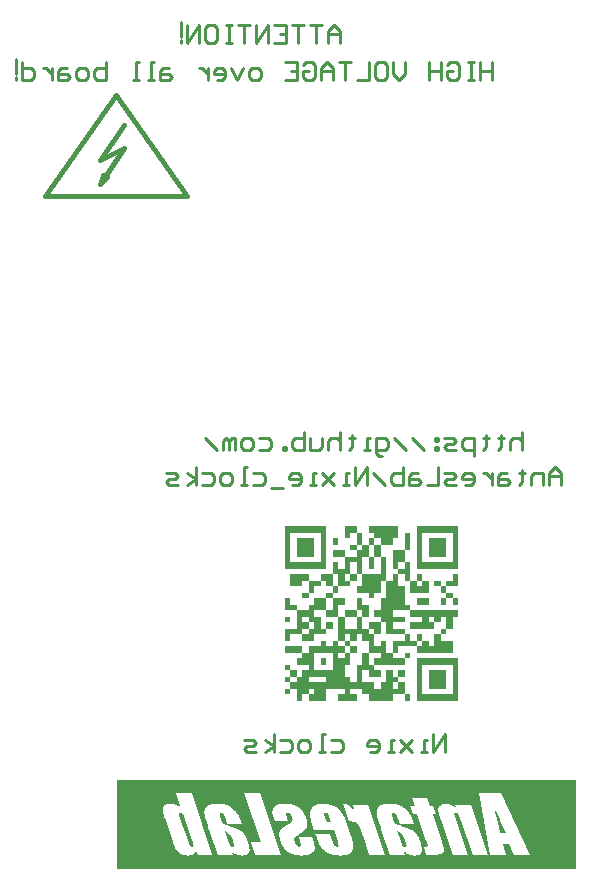
<source format=gbo>
G04 Layer_Color=32896*
%FSAX43Y43*%
%MOMM*%
G71*
G01*
G75*
%ADD50C,0.254*%
%ADD89C,0.400*%
G36*
X0030342Y0034698D02*
Y0034495D01*
Y0034292D01*
X0030952D01*
Y0034089D01*
Y0033886D01*
Y0033682D01*
Y0033479D01*
Y0033276D01*
X0030342D01*
Y0033479D01*
Y0033682D01*
Y0033886D01*
X0029936D01*
Y0034089D01*
Y0034292D01*
Y0034495D01*
Y0034698D01*
Y0034902D01*
X0030342D01*
Y0034698D01*
D02*
G37*
G36*
X0024246Y0033073D02*
Y0032870D01*
X0023840D01*
Y0033073D01*
Y0033276D01*
X0024246D01*
Y0033073D01*
D02*
G37*
G36*
X0027904Y0032666D02*
Y0032463D01*
Y0032260D01*
X0027294D01*
Y0032463D01*
Y0032666D01*
Y0032870D01*
X0027904D01*
Y0032666D01*
D02*
G37*
G36*
Y0035105D02*
Y0034902D01*
X0028920D01*
Y0034698D01*
Y0034495D01*
Y0034292D01*
X0028310D01*
Y0034089D01*
Y0033886D01*
Y0033682D01*
Y0033479D01*
Y0033276D01*
X0028920D01*
Y0033073D01*
Y0032870D01*
Y0032666D01*
Y0032463D01*
Y0032260D01*
X0029936D01*
Y0032463D01*
Y0032666D01*
Y0032870D01*
Y0033073D01*
Y0033276D01*
X0028920D01*
Y0033479D01*
Y0033682D01*
Y0033886D01*
X0029936D01*
Y0033682D01*
Y0033479D01*
Y0033276D01*
X0030342D01*
Y0033073D01*
Y0032870D01*
Y0032666D01*
Y0032463D01*
Y0032260D01*
X0030952D01*
Y0032057D01*
Y0031854D01*
X0031358D01*
Y0031650D01*
Y0031447D01*
Y0031244D01*
Y0031041D01*
Y0030838D01*
X0031968D01*
Y0031041D01*
Y0031244D01*
X0032374D01*
Y0031041D01*
Y0030838D01*
Y0030634D01*
Y0030431D01*
Y0030228D01*
X0032984D01*
Y0030025D01*
Y0029822D01*
X0034000D01*
Y0029618D01*
Y0029415D01*
Y0029212D01*
X0031358D01*
Y0029415D01*
Y0029618D01*
Y0029822D01*
X0031968D01*
Y0030025D01*
Y0030228D01*
X0030952D01*
Y0030431D01*
Y0030634D01*
Y0030838D01*
Y0031041D01*
Y0031244D01*
X0030342D01*
Y0031447D01*
Y0031650D01*
Y0031854D01*
X0029936D01*
Y0031650D01*
Y0031447D01*
Y0031244D01*
X0029326D01*
Y0031447D01*
Y0031650D01*
Y0031854D01*
X0028920D01*
Y0031650D01*
Y0031447D01*
Y0031244D01*
X0029326D01*
Y0031041D01*
Y0030838D01*
X0029936D01*
Y0030634D01*
Y0030431D01*
Y0030228D01*
X0029326D01*
Y0030431D01*
Y0030634D01*
Y0030838D01*
X0028920D01*
Y0031041D01*
Y0031244D01*
X0028310D01*
Y0031447D01*
Y0031650D01*
Y0031854D01*
Y0032057D01*
Y0032260D01*
Y0032463D01*
Y0032666D01*
Y0032870D01*
Y0033073D01*
Y0033276D01*
X0027294D01*
Y0033479D01*
Y0033682D01*
Y0033886D01*
X0026278D01*
Y0033682D01*
Y0033479D01*
Y0033276D01*
X0026888D01*
Y0033073D01*
Y0032870D01*
Y0032666D01*
Y0032463D01*
Y0032260D01*
X0027294D01*
Y0032057D01*
Y0031854D01*
X0026278D01*
Y0031650D01*
Y0031447D01*
Y0031244D01*
X0025262D01*
Y0031447D01*
Y0031650D01*
Y0031854D01*
X0024246D01*
Y0031650D01*
Y0031447D01*
Y0031244D01*
X0023840D01*
Y0031447D01*
Y0031650D01*
Y0031854D01*
Y0032057D01*
Y0032260D01*
X0024856D01*
Y0032463D01*
Y0032666D01*
Y0032870D01*
Y0033073D01*
Y0033276D01*
Y0033479D01*
Y0033682D01*
Y0033886D01*
X0023840D01*
Y0034089D01*
Y0034292D01*
Y0034495D01*
Y0034698D01*
Y0034902D01*
X0024246D01*
Y0034698D01*
Y0034495D01*
Y0034292D01*
X0024856D01*
Y0034089D01*
Y0033886D01*
X0025872D01*
Y0034089D01*
Y0034292D01*
X0026278D01*
Y0034495D01*
Y0034698D01*
Y0034902D01*
X0027294D01*
Y0034698D01*
Y0034495D01*
Y0034292D01*
Y0034089D01*
Y0033886D01*
X0027904D01*
Y0034089D01*
Y0034292D01*
Y0034495D01*
Y0034698D01*
Y0034902D01*
X0027294D01*
Y0035105D01*
Y0035308D01*
X0027904D01*
Y0035105D01*
D02*
G37*
G36*
X0037048Y0036121D02*
Y0035918D01*
X0037454D01*
Y0035714D01*
Y0035511D01*
Y0035308D01*
X0038064D01*
Y0035105D01*
Y0034902D01*
X0038470D01*
Y0034698D01*
Y0034495D01*
Y0034292D01*
X0038064D01*
Y0034495D01*
Y0034698D01*
Y0034902D01*
X0037454D01*
Y0035105D01*
Y0035308D01*
X0037048D01*
Y0035511D01*
Y0035714D01*
Y0035918D01*
X0036438D01*
Y0036121D01*
Y0036324D01*
X0037048D01*
Y0036121D01*
D02*
G37*
G36*
X0037454Y0034698D02*
Y0034495D01*
Y0034292D01*
X0037048D01*
Y0034495D01*
Y0034698D01*
Y0034902D01*
X0037454D01*
Y0034698D01*
D02*
G37*
G36*
X0036032D02*
Y0034495D01*
Y0034292D01*
X0035016D01*
Y0034495D01*
Y0034698D01*
Y0034902D01*
X0036032D01*
Y0034698D01*
D02*
G37*
G36*
X0037454Y0032057D02*
Y0031854D01*
X0037048D01*
Y0032057D01*
Y0032260D01*
X0037454D01*
Y0032057D01*
D02*
G37*
G36*
X0024246Y0026977D02*
Y0026774D01*
X0023840D01*
Y0026977D01*
Y0027180D01*
X0024246D01*
Y0026977D01*
D02*
G37*
G36*
X0038470Y0029618D02*
Y0029415D01*
Y0029212D01*
Y0029009D01*
Y0028806D01*
Y0028602D01*
Y0028399D01*
Y0028196D01*
Y0027993D01*
Y0027790D01*
Y0027586D01*
Y0027383D01*
Y0027180D01*
Y0026977D01*
Y0026774D01*
Y0026570D01*
Y0026367D01*
Y0026164D01*
X0035016D01*
Y0026367D01*
Y0026570D01*
Y0026774D01*
Y0026977D01*
Y0027180D01*
Y0027383D01*
Y0027586D01*
Y0027790D01*
Y0027993D01*
Y0028196D01*
Y0028399D01*
Y0028602D01*
Y0028806D01*
Y0029009D01*
Y0029212D01*
Y0029415D01*
Y0029618D01*
Y0029822D01*
X0038470D01*
Y0029618D01*
D02*
G37*
G36*
X0048500Y0012000D02*
X0009578D01*
Y0019500D01*
X0048500D01*
Y0012000D01*
D02*
G37*
G36*
X0034000Y0028602D02*
Y0028399D01*
Y0028196D01*
X0033390D01*
Y0028399D01*
Y0028602D01*
Y0028806D01*
X0034000D01*
Y0028602D01*
D02*
G37*
G36*
X0031968Y0032666D02*
Y0032463D01*
Y0032260D01*
Y0032057D01*
Y0031854D01*
X0031358D01*
Y0032057D01*
Y0032260D01*
X0030952D01*
Y0032463D01*
Y0032666D01*
Y0032870D01*
X0031968D01*
Y0032666D01*
D02*
G37*
G36*
X0028310Y0031041D02*
Y0030838D01*
X0028920D01*
Y0030634D01*
Y0030431D01*
Y0030228D01*
X0029326D01*
Y0030025D01*
Y0029822D01*
Y0029618D01*
Y0029415D01*
Y0029212D01*
X0028920D01*
Y0029009D01*
Y0028806D01*
Y0028602D01*
Y0028399D01*
Y0028196D01*
X0029326D01*
Y0027993D01*
Y0027790D01*
X0029936D01*
Y0027993D01*
Y0028196D01*
Y0028399D01*
Y0028602D01*
Y0028806D01*
Y0029009D01*
Y0029212D01*
X0030342D01*
Y0029415D01*
Y0029618D01*
Y0029822D01*
Y0030025D01*
Y0030228D01*
X0030952D01*
Y0030025D01*
Y0029822D01*
Y0029618D01*
Y0029415D01*
Y0029212D01*
X0031358D01*
Y0029009D01*
Y0028806D01*
X0031968D01*
Y0028602D01*
Y0028399D01*
Y0028196D01*
X0030952D01*
Y0028399D01*
Y0028602D01*
Y0028806D01*
X0030342D01*
Y0028602D01*
Y0028399D01*
Y0028196D01*
Y0027993D01*
Y0027790D01*
X0031358D01*
Y0027586D01*
Y0027383D01*
Y0027180D01*
X0031968D01*
Y0027383D01*
Y0027586D01*
Y0027790D01*
X0032374D01*
Y0027993D01*
Y0028196D01*
Y0028399D01*
Y0028602D01*
Y0028806D01*
X0032984D01*
Y0028602D01*
Y0028399D01*
Y0028196D01*
X0033390D01*
Y0027993D01*
Y0027790D01*
X0034000D01*
Y0027586D01*
Y0027383D01*
Y0027180D01*
Y0026977D01*
Y0026774D01*
X0034406D01*
Y0026570D01*
Y0026367D01*
Y0026164D01*
X0034000D01*
Y0026367D01*
Y0026570D01*
Y0026774D01*
X0032984D01*
Y0026570D01*
Y0026367D01*
Y0026164D01*
X0030952D01*
Y0026367D01*
Y0026570D01*
Y0026774D01*
X0030342D01*
Y0026977D01*
Y0027180D01*
X0029326D01*
Y0026977D01*
Y0026774D01*
X0029936D01*
Y0026570D01*
Y0026367D01*
Y0026164D01*
X0028310D01*
Y0026367D01*
Y0026570D01*
Y0026774D01*
X0028920D01*
Y0026977D01*
Y0027180D01*
X0027294D01*
Y0026977D01*
Y0026774D01*
Y0026570D01*
Y0026367D01*
Y0026164D01*
X0025872D01*
Y0026367D01*
Y0026570D01*
Y0026774D01*
X0025262D01*
Y0026570D01*
Y0026367D01*
Y0026164D01*
X0024856D01*
Y0026367D01*
Y0026570D01*
Y0026774D01*
Y0026977D01*
Y0027180D01*
X0024246D01*
Y0027383D01*
Y0027586D01*
Y0027790D01*
X0023840D01*
Y0027993D01*
Y0028196D01*
X0024246D01*
Y0027993D01*
Y0027790D01*
X0024856D01*
Y0027993D01*
Y0028196D01*
X0024246D01*
Y0028399D01*
Y0028602D01*
Y0028806D01*
X0023840D01*
Y0029009D01*
Y0029212D01*
X0024246D01*
Y0029009D01*
Y0028806D01*
X0024856D01*
Y0028602D01*
Y0028399D01*
Y0028196D01*
X0025262D01*
Y0028399D01*
Y0028602D01*
Y0028806D01*
X0025872D01*
Y0029009D01*
Y0029212D01*
X0024856D01*
Y0029415D01*
Y0029618D01*
Y0029822D01*
X0025262D01*
Y0030025D01*
Y0030228D01*
X0023840D01*
Y0030431D01*
Y0030634D01*
Y0030838D01*
X0025262D01*
Y0030634D01*
Y0030431D01*
Y0030228D01*
X0025872D01*
Y0030431D01*
Y0030634D01*
Y0030838D01*
X0026888D01*
Y0031041D01*
Y0031244D01*
X0027294D01*
Y0031041D01*
Y0030838D01*
X0027904D01*
Y0031041D01*
Y0031244D01*
X0028310D01*
Y0031041D01*
D02*
G37*
G36*
X0034406Y0030025D02*
Y0029822D01*
X0034000D01*
Y0030025D01*
Y0030228D01*
X0034406D01*
Y0030025D01*
D02*
G37*
G36*
X0025872Y0035105D02*
Y0034902D01*
X0025262D01*
Y0035105D01*
Y0035308D01*
X0025872D01*
Y0035105D01*
D02*
G37*
G36*
X0038470Y0040794D02*
Y0040591D01*
Y0040388D01*
Y0040185D01*
Y0039982D01*
Y0039778D01*
Y0039575D01*
Y0039372D01*
Y0039169D01*
Y0038966D01*
Y0038762D01*
Y0038559D01*
Y0038356D01*
Y0038153D01*
Y0037950D01*
Y0037746D01*
Y0037543D01*
Y0037340D01*
X0035016D01*
Y0037543D01*
Y0037746D01*
Y0037950D01*
Y0038153D01*
Y0038356D01*
Y0038559D01*
Y0038762D01*
Y0038966D01*
Y0039169D01*
Y0039372D01*
Y0039575D01*
Y0039778D01*
Y0039982D01*
Y0040185D01*
Y0040388D01*
Y0040591D01*
Y0040794D01*
Y0040998D01*
X0038470D01*
Y0040794D01*
D02*
G37*
G36*
X0033390D02*
Y0040591D01*
Y0040388D01*
Y0040185D01*
Y0039982D01*
X0032984D01*
Y0039778D01*
Y0039575D01*
Y0039372D01*
X0031968D01*
Y0039575D01*
Y0039778D01*
Y0039982D01*
X0031358D01*
Y0040185D01*
Y0040388D01*
X0030952D01*
Y0040591D01*
Y0040794D01*
Y0040998D01*
X0033390D01*
Y0040794D01*
D02*
G37*
G36*
X0034406Y0040185D02*
Y0039982D01*
Y0039778D01*
Y0039575D01*
Y0039372D01*
Y0039169D01*
Y0038966D01*
X0034000D01*
Y0039169D01*
Y0039372D01*
Y0039575D01*
Y0039778D01*
Y0039982D01*
Y0040185D01*
Y0040388D01*
X0034406D01*
Y0040185D01*
D02*
G37*
G36*
X0029936Y0040794D02*
Y0040591D01*
Y0040388D01*
X0030342D01*
Y0040185D01*
Y0039982D01*
Y0039778D01*
Y0039575D01*
Y0039372D01*
X0030952D01*
Y0039169D01*
Y0038966D01*
Y0038762D01*
Y0038559D01*
Y0038356D01*
X0031358D01*
Y0038153D01*
Y0037950D01*
Y0037746D01*
Y0037543D01*
Y0037340D01*
X0030952D01*
Y0037543D01*
Y0037746D01*
Y0037950D01*
Y0038153D01*
Y0038356D01*
X0030342D01*
Y0038153D01*
Y0037950D01*
Y0037746D01*
Y0037543D01*
Y0037340D01*
Y0037137D01*
Y0036934D01*
X0031968D01*
Y0037137D01*
Y0037340D01*
Y0037543D01*
Y0037746D01*
Y0037950D01*
Y0038153D01*
Y0038356D01*
X0031358D01*
Y0038559D01*
Y0038762D01*
Y0038966D01*
Y0039169D01*
Y0039372D01*
X0030952D01*
Y0039575D01*
Y0039778D01*
Y0039982D01*
X0031358D01*
Y0039778D01*
Y0039575D01*
Y0039372D01*
X0031968D01*
Y0039169D01*
Y0038966D01*
Y0038762D01*
Y0038559D01*
Y0038356D01*
X0032374D01*
Y0038153D01*
Y0037950D01*
Y0037746D01*
Y0037543D01*
Y0037340D01*
Y0037137D01*
Y0036934D01*
Y0036730D01*
Y0036527D01*
Y0036324D01*
X0032984D01*
Y0036527D01*
Y0036730D01*
Y0036934D01*
X0033390D01*
Y0036730D01*
Y0036527D01*
Y0036324D01*
Y0036121D01*
Y0035918D01*
X0034000D01*
Y0035714D01*
Y0035511D01*
Y0035308D01*
Y0035105D01*
Y0034902D01*
Y0034698D01*
Y0034495D01*
Y0034292D01*
X0034406D01*
Y0034089D01*
Y0033886D01*
X0038470D01*
Y0033682D01*
Y0033479D01*
Y0033276D01*
X0038064D01*
Y0033073D01*
Y0032870D01*
Y0032666D01*
Y0032463D01*
Y0032260D01*
X0037454D01*
Y0032463D01*
Y0032666D01*
Y0032870D01*
Y0033073D01*
Y0033276D01*
X0037048D01*
Y0033073D01*
Y0032870D01*
X0036438D01*
Y0033073D01*
Y0033276D01*
X0036032D01*
Y0033073D01*
Y0032870D01*
X0036438D01*
Y0032666D01*
Y0032463D01*
Y0032260D01*
X0034406D01*
Y0032463D01*
Y0032666D01*
Y0032870D01*
X0035422D01*
Y0033073D01*
Y0033276D01*
X0034406D01*
Y0033479D01*
Y0033682D01*
Y0033886D01*
X0032984D01*
Y0033682D01*
Y0033479D01*
Y0033276D01*
X0034000D01*
Y0033073D01*
Y0032870D01*
X0032984D01*
Y0032666D01*
Y0032463D01*
Y0032260D01*
X0034000D01*
Y0032057D01*
Y0031854D01*
X0034406D01*
Y0031650D01*
Y0031447D01*
Y0031244D01*
X0035016D01*
Y0031041D01*
Y0030838D01*
X0035422D01*
Y0031041D01*
Y0031244D01*
X0035016D01*
Y0031447D01*
Y0031650D01*
Y0031854D01*
X0035422D01*
Y0031650D01*
Y0031447D01*
Y0031244D01*
X0036032D01*
Y0031041D01*
Y0030838D01*
X0036438D01*
Y0031041D01*
Y0031244D01*
Y0031447D01*
Y0031650D01*
Y0031854D01*
X0037048D01*
Y0031650D01*
Y0031447D01*
Y0031244D01*
X0038064D01*
Y0031041D01*
Y0030838D01*
Y0030634D01*
Y0030431D01*
Y0030228D01*
X0035016D01*
Y0030431D01*
Y0030634D01*
Y0030838D01*
X0033390D01*
Y0030634D01*
Y0030431D01*
Y0030228D01*
X0032984D01*
Y0030431D01*
Y0030634D01*
Y0030838D01*
Y0031041D01*
Y0031244D01*
X0034000D01*
Y0031447D01*
Y0031650D01*
Y0031854D01*
X0032374D01*
Y0032057D01*
Y0032260D01*
Y0032463D01*
Y0032666D01*
Y0032870D01*
X0031968D01*
Y0033073D01*
Y0033276D01*
X0031358D01*
Y0033479D01*
Y0033682D01*
Y0033886D01*
X0031968D01*
Y0034089D01*
Y0034292D01*
Y0034495D01*
Y0034698D01*
Y0034902D01*
X0032374D01*
Y0035105D01*
Y0035308D01*
Y0035511D01*
Y0035714D01*
Y0035918D01*
Y0036121D01*
Y0036324D01*
X0031968D01*
Y0036121D01*
Y0035918D01*
Y0035714D01*
Y0035511D01*
Y0035308D01*
X0031358D01*
Y0035105D01*
Y0034902D01*
X0030952D01*
Y0035105D01*
Y0035308D01*
X0029936D01*
Y0035511D01*
Y0035714D01*
Y0035918D01*
X0030342D01*
Y0036121D01*
Y0036324D01*
Y0036527D01*
Y0036730D01*
Y0036934D01*
X0029936D01*
Y0037137D01*
Y0037340D01*
Y0037543D01*
Y0037746D01*
Y0037950D01*
X0029326D01*
Y0037746D01*
Y0037543D01*
Y0037340D01*
Y0037137D01*
Y0036934D01*
X0029936D01*
Y0036730D01*
Y0036527D01*
Y0036324D01*
X0029326D01*
Y0036527D01*
Y0036730D01*
Y0036934D01*
X0028920D01*
Y0036730D01*
Y0036527D01*
Y0036324D01*
X0029326D01*
Y0036121D01*
Y0035918D01*
X0028310D01*
Y0036121D01*
Y0036324D01*
Y0036527D01*
Y0036730D01*
Y0036934D01*
X0027904D01*
Y0037137D01*
Y0037340D01*
Y0037543D01*
Y0037746D01*
Y0037950D01*
X0028310D01*
Y0037746D01*
Y0037543D01*
Y0037340D01*
X0028920D01*
Y0037543D01*
Y0037746D01*
Y0037950D01*
Y0038153D01*
Y0038356D01*
X0027904D01*
Y0038559D01*
Y0038762D01*
Y0038966D01*
X0028920D01*
Y0038762D01*
Y0038559D01*
Y0038356D01*
X0029936D01*
Y0038559D01*
Y0038762D01*
Y0038966D01*
X0029326D01*
Y0039169D01*
Y0039372D01*
X0029936D01*
Y0039169D01*
Y0038966D01*
X0030342D01*
Y0039169D01*
Y0039372D01*
X0029936D01*
Y0039575D01*
Y0039778D01*
Y0039982D01*
Y0040185D01*
Y0040388D01*
X0029326D01*
Y0040185D01*
Y0039982D01*
X0028920D01*
Y0040185D01*
Y0040388D01*
Y0040591D01*
Y0040794D01*
Y0040998D01*
X0029936D01*
Y0040794D01*
D02*
G37*
G36*
X0028310Y0039778D02*
Y0039575D01*
Y0039372D01*
X0027904D01*
Y0039575D01*
Y0039778D01*
Y0039982D01*
X0028310D01*
Y0039778D01*
D02*
G37*
G36*
X0034000Y0038762D02*
Y0038559D01*
Y0038356D01*
Y0038153D01*
Y0037950D01*
X0034406D01*
Y0037746D01*
Y0037543D01*
Y0037340D01*
Y0037137D01*
Y0036934D01*
Y0036730D01*
Y0036527D01*
Y0036324D01*
X0035016D01*
Y0036121D01*
Y0035918D01*
X0035422D01*
Y0036121D01*
Y0036324D01*
X0035016D01*
Y0036527D01*
Y0036730D01*
Y0036934D01*
X0035422D01*
Y0036730D01*
Y0036527D01*
Y0036324D01*
X0036032D01*
Y0036121D01*
Y0035918D01*
Y0035714D01*
Y0035511D01*
Y0035308D01*
X0034406D01*
Y0035511D01*
Y0035714D01*
Y0035918D01*
Y0036121D01*
Y0036324D01*
X0034000D01*
Y0036527D01*
Y0036730D01*
Y0036934D01*
X0033390D01*
Y0037137D01*
Y0037340D01*
X0032984D01*
Y0037543D01*
Y0037746D01*
Y0037950D01*
Y0038153D01*
Y0038356D01*
Y0038559D01*
Y0038762D01*
Y0038966D01*
X0034000D01*
Y0038762D01*
D02*
G37*
G36*
X0027904Y0036730D02*
Y0036527D01*
Y0036324D01*
Y0036121D01*
Y0035918D01*
X0028310D01*
Y0035714D01*
Y0035511D01*
Y0035308D01*
X0027904D01*
Y0035511D01*
Y0035714D01*
Y0035918D01*
X0027294D01*
Y0036121D01*
Y0036324D01*
X0026888D01*
Y0036527D01*
Y0036730D01*
Y0036934D01*
X0027904D01*
Y0036730D01*
D02*
G37*
G36*
X0025872D02*
Y0036527D01*
Y0036324D01*
X0026888D01*
Y0036121D01*
Y0035918D01*
X0026278D01*
Y0035714D01*
Y0035511D01*
Y0035308D01*
X0025872D01*
Y0035511D01*
Y0035714D01*
Y0035918D01*
Y0036121D01*
Y0036324D01*
X0025262D01*
Y0036121D01*
Y0035918D01*
X0024246D01*
Y0036121D01*
Y0036324D01*
Y0036527D01*
Y0036730D01*
Y0036934D01*
X0025872D01*
Y0036730D01*
D02*
G37*
G36*
X0027294Y0040794D02*
Y0040591D01*
Y0040388D01*
Y0040185D01*
Y0039982D01*
Y0039778D01*
Y0039575D01*
Y0039372D01*
Y0039169D01*
Y0038966D01*
Y0038762D01*
Y0038559D01*
Y0038356D01*
Y0038153D01*
Y0037950D01*
Y0037746D01*
Y0037543D01*
Y0037340D01*
X0023840D01*
Y0037543D01*
Y0037746D01*
Y0037950D01*
Y0038153D01*
Y0038356D01*
Y0038559D01*
Y0038762D01*
Y0038966D01*
Y0039169D01*
Y0039372D01*
Y0039575D01*
Y0039778D01*
Y0039982D01*
Y0040185D01*
Y0040388D01*
Y0040591D01*
Y0040794D01*
Y0040998D01*
X0027294D01*
Y0040794D01*
D02*
G37*
G36*
X0038470Y0036730D02*
Y0036527D01*
Y0036324D01*
Y0036121D01*
Y0035918D01*
X0037454D01*
Y0036121D01*
Y0036324D01*
X0038064D01*
Y0036527D01*
Y0036730D01*
Y0036934D01*
X0038470D01*
Y0036730D01*
D02*
G37*
%LPC*%
G36*
X0025872Y0032260D02*
X0025262D01*
Y0032057D01*
Y0031854D01*
X0025872D01*
Y0032057D01*
Y0032260D01*
D02*
G37*
G36*
Y0033276D02*
X0025262D01*
Y0033073D01*
Y0032870D01*
X0025872D01*
Y0032666D01*
Y0032463D01*
Y0032260D01*
X0026278D01*
Y0032463D01*
Y0032666D01*
Y0032870D01*
X0025872D01*
Y0033073D01*
Y0033276D01*
D02*
G37*
G36*
X0038064Y0029212D02*
X0035422D01*
Y0029009D01*
Y0028806D01*
Y0028602D01*
Y0028399D01*
Y0028196D01*
Y0027993D01*
Y0027790D01*
Y0027586D01*
Y0027383D01*
Y0027180D01*
Y0026977D01*
Y0026774D01*
X0038064D01*
Y0026977D01*
Y0027180D01*
Y0027383D01*
Y0027586D01*
Y0027790D01*
Y0027993D01*
Y0028196D01*
Y0028399D01*
Y0028602D01*
Y0028806D01*
Y0029009D01*
Y0029212D01*
D02*
G37*
%LPD*%
G36*
X0037454Y0028602D02*
Y0028399D01*
Y0028196D01*
Y0027993D01*
Y0027790D01*
Y0027586D01*
Y0027383D01*
Y0027180D01*
X0036032D01*
Y0027383D01*
Y0027586D01*
Y0027790D01*
Y0027993D01*
Y0028196D01*
Y0028399D01*
Y0028602D01*
Y0028806D01*
X0037454D01*
Y0028602D01*
D02*
G37*
%LPC*%
G36*
X0018136Y0017520D02*
X0018033D01*
X0017974Y0017513D01*
X0017914Y0017505D01*
X0017774Y0017491D01*
X0017625Y0017461D01*
X0017477Y0017424D01*
X0017337Y0017365D01*
X0017277Y0017328D01*
X0017225Y0017283D01*
X0017211Y0017276D01*
X0017188Y0017239D01*
X0017144Y0017194D01*
X0017100Y0017128D01*
X0017063Y0017046D01*
X0017025Y0016942D01*
X0017011Y0016839D01*
X0017018Y0016713D01*
Y0016705D01*
Y0016698D01*
X0017025Y0016676D01*
X0017033Y0016646D01*
X0017040Y0016602D01*
X0017048Y0016550D01*
X0017070Y0016491D01*
X0017085Y0016417D01*
X0017107Y0016328D01*
X0017137Y0016224D01*
X0017166Y0016113D01*
X0017211Y0015987D01*
X0017255Y0015839D01*
X0017307Y0015683D01*
X0017359Y0015513D01*
X0017425Y0015320D01*
X0018144Y0013195D01*
X0019403D01*
X0019277Y0013572D01*
X0019285Y0013565D01*
X0019314Y0013535D01*
X0019351Y0013491D01*
X0019403Y0013447D01*
X0019462Y0013387D01*
X0019536Y0013335D01*
X0019618Y0013276D01*
X0019699Y0013232D01*
X0019707Y0013224D01*
X0019736Y0013217D01*
X0019781Y0013195D01*
X0019840Y0013180D01*
X0019914Y0013158D01*
X0019996Y0013135D01*
X0020092Y0013128D01*
X0020188Y0013121D01*
X0020240D01*
X0020307Y0013128D01*
X0020381Y0013143D01*
X0020470Y0013165D01*
X0020566Y0013202D01*
X0020655Y0013247D01*
X0020744Y0013306D01*
X0020751Y0013313D01*
X0020773Y0013343D01*
X0020803Y0013402D01*
X0020810Y0013439D01*
X0020825Y0013484D01*
X0020833Y0013535D01*
X0020840Y0013595D01*
Y0013661D01*
X0020833Y0013743D01*
X0020825Y0013824D01*
X0020803Y0013921D01*
X0020781Y0014024D01*
X0020744Y0014143D01*
X0020625Y0014491D01*
Y0014498D01*
X0020618Y0014513D01*
X0020610Y0014535D01*
X0020595Y0014565D01*
X0020566Y0014646D01*
X0020514Y0014750D01*
X0020462Y0014854D01*
X0020403Y0014965D01*
X0020329Y0015061D01*
X0020255Y0015135D01*
X0020247Y0015143D01*
X0020210Y0015165D01*
X0020151Y0015202D01*
X0020114Y0015224D01*
X0020070Y0015246D01*
X0020010Y0015276D01*
X0019951Y0015306D01*
X0019877Y0015343D01*
X0019796Y0015380D01*
X0019707Y0015417D01*
X0019603Y0015454D01*
X0019492Y0015491D01*
X0019373Y0015535D01*
X0019366D01*
X0019344Y0015550D01*
X0019307Y0015557D01*
X0019255Y0015580D01*
X0019203Y0015594D01*
X0019136Y0015617D01*
X0019003Y0015669D01*
X0018862Y0015728D01*
X0018729Y0015780D01*
X0018677Y0015809D01*
X0018625Y0015831D01*
X0018596Y0015854D01*
X0018573Y0015869D01*
Y0015876D01*
X0018559Y0015883D01*
X0018544Y0015913D01*
X0018522Y0015950D01*
X0018499Y0015994D01*
X0018470Y0016054D01*
X0018440Y0016135D01*
X0018411Y0016224D01*
Y0016231D01*
X0018403Y0016239D01*
X0018396Y0016276D01*
X0018373Y0016335D01*
X0018359Y0016402D01*
X0018336Y0016476D01*
X0018322Y0016550D01*
X0018314Y0016609D01*
Y0016661D01*
Y0016668D01*
X0018322Y0016676D01*
X0018336Y0016713D01*
X0018373Y0016750D01*
X0018403Y0016757D01*
X0018440Y0016765D01*
X0018462D01*
X0018485Y0016757D01*
X0018514D01*
X0018581Y0016728D01*
X0018611Y0016705D01*
X0018633Y0016676D01*
Y0016668D01*
X0018640Y0016661D01*
X0018655Y0016631D01*
X0018677Y0016594D01*
X0018707Y0016535D01*
X0018736Y0016461D01*
X0018773Y0016357D01*
X0018818Y0016239D01*
X0018966Y0015794D01*
X0020181D01*
X0020084Y0016076D01*
Y0016083D01*
X0020077Y0016098D01*
X0020070Y0016120D01*
X0020055Y0016157D01*
X0020018Y0016246D01*
X0019973Y0016357D01*
X0019921Y0016483D01*
X0019855Y0016609D01*
X0019788Y0016728D01*
X0019714Y0016839D01*
X0019707Y0016854D01*
X0019677Y0016883D01*
X0019625Y0016935D01*
X0019559Y0017002D01*
X0019470Y0017068D01*
X0019366Y0017150D01*
X0019240Y0017231D01*
X0019099Y0017313D01*
X0019092D01*
X0019077Y0017320D01*
X0019055Y0017335D01*
X0019025Y0017342D01*
X0018988Y0017365D01*
X0018936Y0017379D01*
X0018825Y0017416D01*
X0018685Y0017454D01*
X0018514Y0017491D01*
X0018336Y0017513D01*
X0018136Y0017520D01*
D02*
G37*
G36*
X0032720D02*
X0032616D01*
X0032557Y0017513D01*
X0032498Y0017505D01*
X0032357Y0017491D01*
X0032209Y0017461D01*
X0032061Y0017424D01*
X0031920Y0017365D01*
X0031861Y0017328D01*
X0031809Y0017283D01*
X0031794Y0017276D01*
X0031772Y0017239D01*
X0031728Y0017194D01*
X0031683Y0017128D01*
X0031646Y0017046D01*
X0031609Y0016942D01*
X0031594Y0016839D01*
X0031602Y0016713D01*
Y0016705D01*
Y0016698D01*
X0031609Y0016676D01*
X0031617Y0016646D01*
X0031624Y0016602D01*
X0031631Y0016550D01*
X0031654Y0016491D01*
X0031668Y0016417D01*
X0031691Y0016328D01*
X0031720Y0016224D01*
X0031750Y0016113D01*
X0031794Y0015987D01*
X0031839Y0015839D01*
X0031891Y0015683D01*
X0031942Y0015513D01*
X0032009Y0015320D01*
X0032728Y0013195D01*
X0033987D01*
X0033861Y0013572D01*
X0033868Y0013565D01*
X0033898Y0013535D01*
X0033935Y0013491D01*
X0033987Y0013447D01*
X0034046Y0013387D01*
X0034120Y0013335D01*
X0034201Y0013276D01*
X0034283Y0013232D01*
X0034290Y0013224D01*
X0034320Y0013217D01*
X0034364Y0013195D01*
X0034424Y0013180D01*
X0034498Y0013158D01*
X0034579Y0013135D01*
X0034676Y0013128D01*
X0034772Y0013121D01*
X0034824D01*
X0034890Y0013128D01*
X0034964Y0013143D01*
X0035053Y0013165D01*
X0035150Y0013202D01*
X0035238Y0013247D01*
X0035327Y0013306D01*
X0035335Y0013313D01*
X0035357Y0013343D01*
X0035387Y0013402D01*
X0035394Y0013439D01*
X0035409Y0013484D01*
X0035416Y0013535D01*
X0035424Y0013595D01*
Y0013661D01*
X0035416Y0013743D01*
X0035409Y0013824D01*
X0035387Y0013921D01*
X0035364Y0014024D01*
X0035327Y0014143D01*
X0035209Y0014491D01*
Y0014498D01*
X0035201Y0014513D01*
X0035194Y0014535D01*
X0035179Y0014565D01*
X0035150Y0014646D01*
X0035098Y0014750D01*
X0035046Y0014854D01*
X0034987Y0014965D01*
X0034913Y0015061D01*
X0034838Y0015135D01*
X0034831Y0015143D01*
X0034794Y0015165D01*
X0034735Y0015202D01*
X0034698Y0015224D01*
X0034653Y0015246D01*
X0034594Y0015276D01*
X0034535Y0015306D01*
X0034461Y0015343D01*
X0034379Y0015380D01*
X0034290Y0015417D01*
X0034187Y0015454D01*
X0034076Y0015491D01*
X0033957Y0015535D01*
X0033950D01*
X0033927Y0015550D01*
X0033890Y0015557D01*
X0033839Y0015580D01*
X0033787Y0015594D01*
X0033720Y0015617D01*
X0033587Y0015669D01*
X0033446Y0015728D01*
X0033313Y0015780D01*
X0033261Y0015809D01*
X0033209Y0015831D01*
X0033179Y0015854D01*
X0033157Y0015869D01*
Y0015876D01*
X0033142Y0015883D01*
X0033128Y0015913D01*
X0033105Y0015950D01*
X0033083Y0015994D01*
X0033053Y0016054D01*
X0033024Y0016135D01*
X0032994Y0016224D01*
Y0016231D01*
X0032987Y0016239D01*
X0032979Y0016276D01*
X0032957Y0016335D01*
X0032942Y0016402D01*
X0032920Y0016476D01*
X0032905Y0016550D01*
X0032898Y0016609D01*
Y0016661D01*
Y0016668D01*
X0032905Y0016676D01*
X0032920Y0016713D01*
X0032957Y0016750D01*
X0032987Y0016757D01*
X0033024Y0016765D01*
X0033046D01*
X0033068Y0016757D01*
X0033098D01*
X0033165Y0016728D01*
X0033194Y0016705D01*
X0033216Y0016676D01*
Y0016668D01*
X0033224Y0016661D01*
X0033239Y0016631D01*
X0033261Y0016594D01*
X0033290Y0016535D01*
X0033320Y0016461D01*
X0033357Y0016357D01*
X0033402Y0016239D01*
X0033550Y0015794D01*
X0034764D01*
X0034668Y0016076D01*
Y0016083D01*
X0034661Y0016098D01*
X0034653Y0016120D01*
X0034638Y0016157D01*
X0034601Y0016246D01*
X0034557Y0016357D01*
X0034505Y0016483D01*
X0034438Y0016609D01*
X0034372Y0016728D01*
X0034298Y0016839D01*
X0034290Y0016854D01*
X0034261Y0016883D01*
X0034209Y0016935D01*
X0034142Y0017002D01*
X0034053Y0017068D01*
X0033950Y0017150D01*
X0033824Y0017231D01*
X0033683Y0017313D01*
X0033676D01*
X0033661Y0017320D01*
X0033639Y0017335D01*
X0033609Y0017342D01*
X0033572Y0017365D01*
X0033520Y0017379D01*
X0033409Y0017416D01*
X0033268Y0017454D01*
X0033098Y0017491D01*
X0032920Y0017513D01*
X0032720Y0017520D01*
D02*
G37*
G36*
X0015944Y0018379D02*
X0014648D01*
X0015063Y0017142D01*
X0015055Y0017150D01*
X0015026Y0017172D01*
X0014981Y0017209D01*
X0014922Y0017254D01*
X0014855Y0017298D01*
X0014781Y0017342D01*
X0014692Y0017387D01*
X0014611Y0017424D01*
X0014604Y0017431D01*
X0014574Y0017439D01*
X0014529Y0017454D01*
X0014470Y0017476D01*
X0014396Y0017491D01*
X0014322Y0017505D01*
X0014241Y0017513D01*
X0014152Y0017520D01*
X0014107D01*
X0014055Y0017513D01*
X0013996D01*
X0013930Y0017498D01*
X0013855Y0017483D01*
X0013789Y0017461D01*
X0013722Y0017431D01*
X0013715D01*
X0013692Y0017416D01*
X0013663Y0017394D01*
X0013633Y0017372D01*
X0013559Y0017298D01*
X0013522Y0017246D01*
X0013500Y0017194D01*
Y0017187D01*
X0013493Y0017172D01*
X0013485Y0017142D01*
X0013478Y0017105D01*
X0013470Y0017009D01*
Y0016957D01*
X0013478Y0016905D01*
Y0016898D01*
X0013485Y0016876D01*
X0013493Y0016839D01*
X0013515Y0016780D01*
X0013537Y0016691D01*
X0013567Y0016587D01*
X0013611Y0016454D01*
X0013633Y0016380D01*
X0013663Y0016291D01*
X0014315Y0014380D01*
Y0014372D01*
X0014322Y0014358D01*
X0014329Y0014335D01*
X0014344Y0014306D01*
X0014374Y0014217D01*
X0014411Y0014121D01*
X0014455Y0014002D01*
X0014507Y0013891D01*
X0014559Y0013780D01*
X0014611Y0013684D01*
X0014618Y0013676D01*
X0014641Y0013647D01*
X0014670Y0013602D01*
X0014715Y0013550D01*
X0014774Y0013484D01*
X0014848Y0013417D01*
X0014937Y0013350D01*
X0015040Y0013284D01*
X0015055Y0013276D01*
X0015092Y0013261D01*
X0015152Y0013232D01*
X0015226Y0013202D01*
X0015315Y0013172D01*
X0015418Y0013143D01*
X0015529Y0013128D01*
X0015648Y0013121D01*
X0015685D01*
X0015729Y0013128D01*
X0015781Y0013135D01*
X0015840Y0013143D01*
X0015907Y0013165D01*
X0015966Y0013187D01*
X0016033Y0013217D01*
X0016040Y0013224D01*
X0016063Y0013232D01*
X0016092Y0013261D01*
X0016129Y0013291D01*
X0016166Y0013335D01*
X0016211Y0013380D01*
X0016255Y0013447D01*
X0016292Y0013513D01*
X0016485Y0013195D01*
X0017699D01*
X0015944Y0018379D01*
D02*
G37*
G36*
X0028758Y0017520D02*
X0029269Y0016024D01*
X0029328D01*
X0029395Y0016017D01*
X0029469Y0016009D01*
X0029558Y0016002D01*
X0029654Y0015987D01*
X0029743Y0015957D01*
X0029824Y0015928D01*
X0029832Y0015920D01*
X0029854Y0015913D01*
X0029891Y0015891D01*
X0029935Y0015861D01*
X0029980Y0015817D01*
X0030024Y0015772D01*
X0030076Y0015720D01*
X0030113Y0015654D01*
X0030120Y0015646D01*
X0030128Y0015617D01*
X0030157Y0015565D01*
X0030187Y0015491D01*
X0030209Y0015446D01*
X0030232Y0015387D01*
X0030254Y0015320D01*
X0030283Y0015254D01*
X0030313Y0015172D01*
X0030350Y0015076D01*
X0030387Y0014980D01*
X0030424Y0014869D01*
X0030987Y0013195D01*
X0032283D01*
X0030846Y0017439D01*
X0029558D01*
X0029787Y0016876D01*
X0029780Y0016883D01*
X0029765Y0016905D01*
X0029735Y0016935D01*
X0029706Y0016972D01*
X0029661Y0017017D01*
X0029602Y0017068D01*
X0029543Y0017128D01*
X0029476Y0017187D01*
X0029321Y0017298D01*
X0029150Y0017402D01*
X0029054Y0017446D01*
X0028958Y0017483D01*
X0028861Y0017505D01*
X0028758Y0017520D01*
D02*
G37*
G36*
X0021706Y0018379D02*
X0020358D01*
X0021766Y0014232D01*
X0020944D01*
X0021292Y0013195D01*
X0023462D01*
X0021706Y0018379D01*
D02*
G37*
G36*
X0023877Y0017520D02*
X0023810D01*
X0023728Y0017513D01*
X0023632Y0017505D01*
X0023521Y0017491D01*
X0023410Y0017476D01*
X0023299Y0017446D01*
X0023195Y0017409D01*
X0023180Y0017402D01*
X0023151Y0017387D01*
X0023106Y0017365D01*
X0023054Y0017335D01*
X0022995Y0017291D01*
X0022936Y0017239D01*
X0022884Y0017187D01*
X0022840Y0017120D01*
X0022832Y0017113D01*
X0022825Y0017091D01*
X0022810Y0017061D01*
X0022788Y0017017D01*
X0022758Y0016913D01*
Y0016854D01*
Y0016794D01*
Y0016787D01*
X0022766Y0016765D01*
Y0016728D01*
X0022780Y0016683D01*
X0022795Y0016617D01*
X0022817Y0016535D01*
X0022847Y0016439D01*
X0022884Y0016328D01*
X0022966Y0016083D01*
X0024114D01*
X0024032Y0016313D01*
X0024025Y0016328D01*
X0024017Y0016357D01*
X0024003Y0016409D01*
X0023988Y0016468D01*
X0023965Y0016528D01*
X0023951Y0016594D01*
X0023943Y0016646D01*
Y0016683D01*
Y0016691D01*
Y0016698D01*
X0023965Y0016728D01*
X0023980Y0016742D01*
X0024003Y0016750D01*
X0024040Y0016765D01*
X0024099D01*
X0024151Y0016757D01*
X0024210Y0016735D01*
X0024277Y0016691D01*
X0024291Y0016676D01*
X0024321Y0016639D01*
X0024358Y0016572D01*
X0024403Y0016476D01*
Y0016468D01*
X0024410Y0016446D01*
X0024425Y0016409D01*
X0024440Y0016365D01*
X0024462Y0016268D01*
X0024469Y0016224D01*
X0024477Y0016187D01*
Y0016180D01*
Y0016172D01*
X0024462Y0016128D01*
X0024432Y0016068D01*
X0024410Y0016024D01*
X0024380Y0015987D01*
X0024373Y0015980D01*
X0024358Y0015965D01*
X0024328Y0015943D01*
X0024284Y0015906D01*
X0024225Y0015861D01*
X0024143Y0015809D01*
X0024040Y0015743D01*
X0023921Y0015669D01*
X0023914D01*
X0023899Y0015654D01*
X0023877Y0015639D01*
X0023847Y0015624D01*
X0023766Y0015572D01*
X0023677Y0015498D01*
X0023580Y0015424D01*
X0023484Y0015335D01*
X0023410Y0015246D01*
X0023380Y0015194D01*
X0023358Y0015150D01*
X0023351Y0015143D01*
X0023343Y0015106D01*
X0023336Y0015054D01*
Y0014972D01*
Y0014876D01*
X0023351Y0014750D01*
X0023380Y0014609D01*
X0023425Y0014446D01*
Y0014439D01*
X0023432Y0014424D01*
X0023440Y0014395D01*
X0023454Y0014365D01*
X0023469Y0014321D01*
X0023491Y0014269D01*
X0023543Y0014158D01*
X0023603Y0014024D01*
X0023669Y0013898D01*
X0023743Y0013772D01*
X0023825Y0013661D01*
X0023832Y0013647D01*
X0023862Y0013617D01*
X0023914Y0013572D01*
X0023980Y0013513D01*
X0024062Y0013447D01*
X0024165Y0013380D01*
X0024284Y0013321D01*
X0024410Y0013261D01*
X0024417D01*
X0024425Y0013254D01*
X0024447Y0013247D01*
X0024477Y0013239D01*
X0024551Y0013217D01*
X0024647Y0013195D01*
X0024765Y0013165D01*
X0024906Y0013143D01*
X0025054Y0013128D01*
X0025217Y0013121D01*
X0025299D01*
X0025343Y0013128D01*
X0025388D01*
X0025499Y0013143D01*
X0025632Y0013158D01*
X0025758Y0013180D01*
X0025891Y0013217D01*
X0026010Y0013269D01*
X0026025Y0013276D01*
X0026054Y0013298D01*
X0026106Y0013335D01*
X0026165Y0013380D01*
X0026225Y0013439D01*
X0026276Y0013513D01*
X0026321Y0013595D01*
X0026350Y0013684D01*
Y0013698D01*
X0026358Y0013735D01*
Y0013795D01*
X0026350Y0013884D01*
X0026336Y0013995D01*
X0026306Y0014135D01*
X0026269Y0014298D01*
X0026210Y0014483D01*
X0026143Y0014691D01*
X0024995D01*
X0025084Y0014417D01*
X0025091Y0014402D01*
X0025099Y0014365D01*
X0025121Y0014306D01*
X0025143Y0014232D01*
X0025165Y0014158D01*
X0025180Y0014083D01*
X0025195Y0014024D01*
Y0013972D01*
Y0013965D01*
Y0013958D01*
X0025173Y0013928D01*
X0025158Y0013906D01*
X0025136Y0013891D01*
X0025099Y0013884D01*
X0025054Y0013876D01*
X0025032D01*
X0025010Y0013884D01*
X0024980D01*
X0024914Y0013906D01*
X0024847Y0013943D01*
X0024839D01*
X0024832Y0013958D01*
X0024817Y0013972D01*
X0024795Y0014002D01*
X0024773Y0014046D01*
X0024743Y0014091D01*
X0024721Y0014158D01*
X0024691Y0014232D01*
X0024684Y0014246D01*
X0024677Y0014283D01*
X0024662Y0014335D01*
X0024647Y0014395D01*
X0024632Y0014461D01*
X0024625Y0014521D01*
Y0014572D01*
X0024632Y0014609D01*
Y0014617D01*
X0024647Y0014632D01*
X0024677Y0014654D01*
X0024721Y0014698D01*
X0024758Y0014720D01*
X0024795Y0014758D01*
X0024847Y0014795D01*
X0024906Y0014832D01*
X0024973Y0014883D01*
X0025047Y0014935D01*
X0025136Y0014995D01*
X0025232Y0015061D01*
X0025239Y0015069D01*
X0025254Y0015076D01*
X0025276Y0015091D01*
X0025306Y0015113D01*
X0025380Y0015180D01*
X0025469Y0015254D01*
X0025558Y0015350D01*
X0025632Y0015446D01*
X0025699Y0015550D01*
X0025713Y0015594D01*
X0025728Y0015646D01*
Y0015661D01*
Y0015691D01*
X0025736Y0015750D01*
X0025728Y0015824D01*
X0025721Y0015913D01*
X0025706Y0016017D01*
X0025684Y0016135D01*
X0025647Y0016261D01*
Y0016268D01*
X0025639Y0016283D01*
X0025632Y0016313D01*
X0025617Y0016343D01*
X0025580Y0016439D01*
X0025528Y0016550D01*
X0025469Y0016668D01*
X0025402Y0016794D01*
X0025336Y0016913D01*
X0025254Y0017009D01*
X0025247Y0017017D01*
X0025217Y0017046D01*
X0025165Y0017091D01*
X0025099Y0017150D01*
X0025017Y0017209D01*
X0024921Y0017268D01*
X0024802Y0017335D01*
X0024677Y0017387D01*
X0024669D01*
X0024662Y0017394D01*
X0024640Y0017402D01*
X0024610Y0017409D01*
X0024536Y0017431D01*
X0024440Y0017454D01*
X0024321Y0017476D01*
X0024180Y0017498D01*
X0024032Y0017513D01*
X0023877Y0017520D01*
D02*
G37*
G36*
X0035883Y0018009D02*
X0034587D01*
X0034809Y0017342D01*
X0034461D01*
X0034690Y0016668D01*
X0035038D01*
X0035816Y0014387D01*
Y0014380D01*
X0035824Y0014372D01*
X0035831Y0014350D01*
X0035838Y0014321D01*
X0035861Y0014254D01*
X0035883Y0014172D01*
X0035905Y0014091D01*
X0035927Y0014009D01*
X0035935Y0013950D01*
Y0013935D01*
Y0013921D01*
X0035927Y0013913D01*
X0035905Y0013906D01*
X0035883Y0013898D01*
X0035838Y0013891D01*
X0035772Y0013884D01*
X0035690Y0013876D01*
X0035587D01*
X0035816Y0013195D01*
X0036490D01*
X0036579Y0013202D01*
X0036683D01*
X0036786Y0013210D01*
X0036883Y0013217D01*
X0036957Y0013224D01*
X0036964D01*
X0036986Y0013232D01*
X0037016Y0013247D01*
X0037060Y0013261D01*
X0037105Y0013284D01*
X0037149Y0013313D01*
X0037194Y0013350D01*
X0037231Y0013395D01*
X0037238Y0013402D01*
X0037246Y0013417D01*
X0037260Y0013447D01*
X0037275Y0013484D01*
X0037290Y0013528D01*
X0037305Y0013580D01*
Y0013639D01*
Y0013698D01*
Y0013706D01*
X0037297Y0013735D01*
X0037283Y0013787D01*
X0037268Y0013869D01*
X0037253Y0013913D01*
X0037238Y0013972D01*
X0037216Y0014039D01*
X0037194Y0014113D01*
X0037172Y0014195D01*
X0037142Y0014291D01*
X0037105Y0014395D01*
X0037068Y0014506D01*
X0036335Y0016668D01*
X0036616D01*
X0036386Y0017342D01*
X0036105D01*
X0035883Y0018009D01*
D02*
G37*
G36*
X0027076Y0017520D02*
X0026987D01*
X0026943Y0017513D01*
X0026891D01*
X0026773Y0017498D01*
X0026639Y0017468D01*
X0026499Y0017431D01*
X0026373Y0017379D01*
X0026254Y0017313D01*
X0026239Y0017305D01*
X0026210Y0017276D01*
X0026158Y0017231D01*
X0026106Y0017165D01*
X0026054Y0017091D01*
X0026002Y0016994D01*
X0025965Y0016883D01*
X0025943Y0016765D01*
Y0016757D01*
Y0016750D01*
Y0016728D01*
Y0016705D01*
Y0016668D01*
Y0016624D01*
X0025958Y0016520D01*
X0025973Y0016380D01*
X0026010Y0016217D01*
X0026062Y0016024D01*
X0026128Y0015809D01*
X0026313Y0015246D01*
X0027980D01*
X0028291Y0014328D01*
X0028298Y0014313D01*
X0028306Y0014283D01*
X0028321Y0014232D01*
X0028343Y0014172D01*
X0028358Y0014113D01*
X0028372Y0014046D01*
X0028380Y0013995D01*
Y0013958D01*
X0028372Y0013943D01*
X0028358Y0013921D01*
X0028321Y0013891D01*
X0028291Y0013884D01*
X0028254Y0013876D01*
X0028232D01*
X0028202Y0013884D01*
X0028172Y0013891D01*
X0028091Y0013921D01*
X0028054Y0013943D01*
X0028024Y0013980D01*
X0028017Y0013987D01*
X0028010Y0014002D01*
X0027987Y0014032D01*
X0027965Y0014076D01*
X0027935Y0014135D01*
X0027906Y0014209D01*
X0027869Y0014298D01*
X0027832Y0014409D01*
X0027639Y0014972D01*
X0026410D01*
X0026513Y0014654D01*
Y0014646D01*
X0026521Y0014639D01*
X0026528Y0014617D01*
X0026536Y0014587D01*
X0026565Y0014521D01*
X0026595Y0014432D01*
X0026632Y0014335D01*
X0026676Y0014232D01*
X0026728Y0014135D01*
X0026773Y0014046D01*
X0026780Y0014039D01*
X0026795Y0014009D01*
X0026824Y0013965D01*
X0026861Y0013913D01*
X0026921Y0013846D01*
X0026987Y0013765D01*
X0027061Y0013684D01*
X0027158Y0013595D01*
X0027173Y0013587D01*
X0027202Y0013558D01*
X0027254Y0013513D01*
X0027328Y0013461D01*
X0027417Y0013402D01*
X0027513Y0013343D01*
X0027624Y0013291D01*
X0027743Y0013239D01*
X0027758Y0013232D01*
X0027802Y0013224D01*
X0027869Y0013202D01*
X0027958Y0013180D01*
X0028061Y0013158D01*
X0028187Y0013143D01*
X0028328Y0013128D01*
X0028484Y0013121D01*
X0028550D01*
X0028624Y0013128D01*
X0028721Y0013135D01*
X0028832Y0013150D01*
X0028943Y0013165D01*
X0029054Y0013195D01*
X0029165Y0013232D01*
X0029180Y0013239D01*
X0029209Y0013254D01*
X0029254Y0013284D01*
X0029313Y0013321D01*
X0029380Y0013365D01*
X0029439Y0013417D01*
X0029498Y0013484D01*
X0029543Y0013558D01*
X0029550Y0013565D01*
X0029558Y0013595D01*
X0029572Y0013639D01*
X0029595Y0013691D01*
X0029609Y0013758D01*
X0029624Y0013839D01*
X0029632Y0013921D01*
Y0014009D01*
Y0014024D01*
X0029624Y0014054D01*
X0029617Y0014113D01*
X0029602Y0014195D01*
X0029580Y0014298D01*
X0029550Y0014424D01*
X0029506Y0014565D01*
X0029454Y0014735D01*
X0029032Y0015972D01*
Y0015980D01*
X0029024Y0015994D01*
X0029009Y0016024D01*
X0028995Y0016061D01*
X0028980Y0016113D01*
X0028958Y0016165D01*
X0028906Y0016291D01*
X0028839Y0016431D01*
X0028758Y0016572D01*
X0028676Y0016720D01*
X0028580Y0016846D01*
Y0016854D01*
X0028565Y0016861D01*
X0028535Y0016898D01*
X0028476Y0016957D01*
X0028402Y0017031D01*
X0028306Y0017113D01*
X0028195Y0017194D01*
X0028061Y0017276D01*
X0027921Y0017342D01*
X0027913D01*
X0027906Y0017350D01*
X0027884Y0017357D01*
X0027854Y0017372D01*
X0027773Y0017402D01*
X0027661Y0017431D01*
X0027536Y0017461D01*
X0027395Y0017491D01*
X0027239Y0017513D01*
X0027076Y0017520D01*
D02*
G37*
G36*
X0042164Y0018379D02*
X0040223D01*
X0041208Y0013195D01*
X0042578D01*
X0042334Y0014128D01*
X0042830D01*
X0043223Y0013195D01*
X0044608D01*
X0042164Y0018379D01*
D02*
G37*
G36*
X0037438Y0017520D02*
X0037386D01*
X0037327Y0017513D01*
X0037253Y0017498D01*
X0037172Y0017483D01*
X0037090Y0017454D01*
X0037016Y0017409D01*
X0036949Y0017357D01*
X0036942Y0017350D01*
X0036927Y0017328D01*
X0036897Y0017298D01*
X0036875Y0017254D01*
X0036846Y0017194D01*
X0036831Y0017128D01*
X0036816Y0017046D01*
Y0016965D01*
Y0016957D01*
X0036823Y0016920D01*
X0036831Y0016861D01*
X0036846Y0016780D01*
X0036875Y0016668D01*
X0036912Y0016528D01*
X0036957Y0016365D01*
X0036986Y0016276D01*
X0037023Y0016172D01*
X0038031Y0013195D01*
X0039327D01*
X0038334Y0016128D01*
Y0016135D01*
X0038327Y0016150D01*
X0038320Y0016172D01*
X0038312Y0016202D01*
X0038283Y0016276D01*
X0038253Y0016365D01*
X0038231Y0016454D01*
X0038201Y0016543D01*
X0038186Y0016617D01*
X0038179Y0016646D01*
Y0016668D01*
Y0016676D01*
Y0016683D01*
X0038194Y0016720D01*
X0038208Y0016735D01*
X0038231Y0016750D01*
X0038260Y0016757D01*
X0038305Y0016765D01*
X0038327D01*
X0038349Y0016757D01*
X0038379Y0016750D01*
X0038416Y0016735D01*
X0038445Y0016720D01*
X0038483Y0016691D01*
X0038512Y0016654D01*
Y0016646D01*
X0038527Y0016631D01*
X0038542Y0016594D01*
X0038571Y0016535D01*
X0038601Y0016461D01*
X0038645Y0016357D01*
X0038668Y0016298D01*
X0038690Y0016224D01*
X0038720Y0016150D01*
X0038749Y0016061D01*
X0039719Y0013195D01*
X0041016D01*
X0039579Y0017439D01*
X0038260D01*
X0038416Y0017039D01*
X0038408Y0017046D01*
X0038379Y0017076D01*
X0038334Y0017120D01*
X0038275Y0017172D01*
X0038201Y0017231D01*
X0038127Y0017291D01*
X0038038Y0017342D01*
X0037949Y0017394D01*
X0037934Y0017402D01*
X0037905Y0017416D01*
X0037860Y0017431D01*
X0037794Y0017461D01*
X0037720Y0017483D01*
X0037631Y0017498D01*
X0037534Y0017513D01*
X0037438Y0017520D01*
D02*
G37*
%LPD*%
G36*
X0018773Y0015202D02*
X0018818Y0015172D01*
X0018885Y0015128D01*
X0018966Y0015076D01*
X0019048Y0015017D01*
X0019129Y0014950D01*
X0019196Y0014883D01*
X0019247Y0014824D01*
X0019255Y0014817D01*
X0019262Y0014795D01*
X0019285Y0014765D01*
X0019307Y0014713D01*
X0019336Y0014654D01*
X0019366Y0014580D01*
X0019403Y0014491D01*
X0019440Y0014387D01*
X0019447Y0014372D01*
X0019455Y0014335D01*
X0019477Y0014276D01*
X0019492Y0014209D01*
X0019514Y0014143D01*
X0019529Y0014069D01*
X0019544Y0014009D01*
Y0013965D01*
Y0013950D01*
X0019522Y0013921D01*
X0019507Y0013906D01*
X0019484Y0013891D01*
X0019447Y0013884D01*
X0019403Y0013876D01*
X0019381D01*
X0019336Y0013884D01*
X0019277Y0013906D01*
X0019225Y0013950D01*
Y0013958D01*
X0019210Y0013965D01*
X0019196Y0013987D01*
X0019181Y0014024D01*
X0019151Y0014076D01*
X0019122Y0014150D01*
X0019092Y0014232D01*
X0019055Y0014343D01*
X0018759Y0015209D01*
X0018766D01*
X0018773Y0015202D01*
D02*
G37*
G36*
X0033357D02*
X0033402Y0015172D01*
X0033468Y0015128D01*
X0033550Y0015076D01*
X0033631Y0015017D01*
X0033713Y0014950D01*
X0033779Y0014883D01*
X0033831Y0014824D01*
X0033839Y0014817D01*
X0033846Y0014795D01*
X0033868Y0014765D01*
X0033890Y0014713D01*
X0033920Y0014654D01*
X0033950Y0014580D01*
X0033987Y0014491D01*
X0034024Y0014387D01*
X0034031Y0014372D01*
X0034039Y0014335D01*
X0034061Y0014276D01*
X0034076Y0014209D01*
X0034098Y0014143D01*
X0034113Y0014069D01*
X0034127Y0014009D01*
Y0013965D01*
Y0013950D01*
X0034105Y0013921D01*
X0034090Y0013906D01*
X0034068Y0013891D01*
X0034031Y0013884D01*
X0033987Y0013876D01*
X0033964D01*
X0033920Y0013884D01*
X0033861Y0013906D01*
X0033809Y0013950D01*
Y0013958D01*
X0033794Y0013965D01*
X0033779Y0013987D01*
X0033764Y0014024D01*
X0033735Y0014076D01*
X0033705Y0014150D01*
X0033676Y0014232D01*
X0033639Y0014343D01*
X0033342Y0015209D01*
X0033350D01*
X0033357Y0015202D01*
D02*
G37*
G36*
X0015070Y0016757D02*
X0015129Y0016728D01*
X0015159Y0016705D01*
X0015189Y0016676D01*
Y0016668D01*
X0015203Y0016654D01*
X0015218Y0016631D01*
X0015233Y0016587D01*
X0015263Y0016528D01*
X0015292Y0016454D01*
X0015329Y0016350D01*
X0015374Y0016231D01*
X0015996Y0014402D01*
X0016003Y0014387D01*
X0016011Y0014350D01*
X0016033Y0014291D01*
X0016048Y0014217D01*
X0016070Y0014143D01*
X0016085Y0014076D01*
X0016100Y0014009D01*
Y0013965D01*
Y0013950D01*
X0016085Y0013921D01*
X0016070Y0013906D01*
X0016048Y0013891D01*
X0016018Y0013884D01*
X0015981Y0013876D01*
X0015959D01*
X0015937Y0013884D01*
X0015907Y0013891D01*
X0015848Y0013921D01*
X0015818Y0013943D01*
X0015789Y0013972D01*
Y0013980D01*
X0015774Y0013995D01*
X0015759Y0014024D01*
X0015737Y0014069D01*
X0015707Y0014128D01*
X0015670Y0014217D01*
X0015633Y0014321D01*
X0015589Y0014446D01*
X0014981Y0016231D01*
Y0016239D01*
X0014974Y0016246D01*
X0014966Y0016283D01*
X0014944Y0016343D01*
X0014929Y0016409D01*
X0014907Y0016483D01*
X0014892Y0016550D01*
X0014878Y0016617D01*
Y0016661D01*
Y0016668D01*
Y0016676D01*
X0014892Y0016713D01*
X0014915Y0016735D01*
X0014937Y0016750D01*
X0014966Y0016757D01*
X0015003Y0016765D01*
X0015026D01*
X0015070Y0016757D01*
D02*
G37*
G36*
X0027313D02*
X0027343D01*
X0027410Y0016728D01*
X0027439Y0016713D01*
X0027461Y0016683D01*
Y0016676D01*
X0027469Y0016668D01*
X0027484Y0016639D01*
X0027506Y0016594D01*
X0027536Y0016543D01*
X0027565Y0016461D01*
X0027602Y0016365D01*
X0027647Y0016239D01*
X0027750Y0015935D01*
X0027380D01*
X0027276Y0016239D01*
Y0016246D01*
X0027269Y0016254D01*
X0027254Y0016291D01*
X0027239Y0016350D01*
X0027217Y0016417D01*
X0027195Y0016491D01*
X0027180Y0016557D01*
X0027165Y0016624D01*
Y0016668D01*
Y0016676D01*
Y0016683D01*
X0027180Y0016720D01*
X0027210Y0016750D01*
X0027232Y0016757D01*
X0027269Y0016765D01*
X0027291D01*
X0027313Y0016757D01*
D02*
G37*
G36*
X0041529Y0017214D02*
X0041534Y0017209D01*
X0041541Y0017187D01*
X0041556Y0017157D01*
X0041593Y0017083D01*
X0041645Y0016979D01*
X0041697Y0016854D01*
X0041764Y0016713D01*
X0041838Y0016557D01*
X0041919Y0016394D01*
X0042001Y0016217D01*
X0042082Y0016031D01*
X0042245Y0015676D01*
X0042327Y0015498D01*
X0042401Y0015335D01*
X0042467Y0015180D01*
X0042527Y0015046D01*
X0042067D01*
Y0015054D01*
X0042060Y0015083D01*
X0042045Y0015135D01*
X0042030Y0015202D01*
X0042008Y0015291D01*
X0041986Y0015394D01*
X0041956Y0015513D01*
X0041919Y0015646D01*
X0041882Y0015794D01*
X0041845Y0015965D01*
X0041801Y0016143D01*
X0041749Y0016335D01*
X0041697Y0016543D01*
X0041645Y0016757D01*
X0041586Y0016987D01*
X0041529Y0017214D01*
X0041527Y0017217D01*
Y0017224D01*
X0041529Y0017214D01*
D02*
G37*
%LPC*%
G36*
X0026278Y0027180D02*
X0025872D01*
Y0026977D01*
Y0026774D01*
X0026278D01*
Y0026977D01*
Y0027180D01*
D02*
G37*
G36*
X0028920Y0030228D02*
X0028310D01*
Y0030025D01*
Y0029822D01*
X0028920D01*
Y0030025D01*
Y0030228D01*
D02*
G37*
G36*
X0027904D02*
X0026278D01*
Y0030025D01*
Y0029822D01*
Y0029618D01*
Y0029415D01*
Y0029212D01*
Y0029009D01*
Y0028806D01*
X0027904D01*
Y0029009D01*
Y0029212D01*
Y0029415D01*
Y0029618D01*
Y0029822D01*
Y0030025D01*
Y0030228D01*
D02*
G37*
G36*
X0027294Y0028196D02*
X0025872D01*
Y0027993D01*
Y0027790D01*
X0027294D01*
Y0027993D01*
Y0028196D01*
D02*
G37*
G36*
X0033390Y0027790D02*
X0032984D01*
Y0027586D01*
Y0027383D01*
Y0027180D01*
X0033390D01*
Y0027383D01*
Y0027586D01*
Y0027790D01*
D02*
G37*
%LPD*%
G36*
X0027294Y0029618D02*
Y0029415D01*
Y0029212D01*
X0026888D01*
Y0029415D01*
Y0029618D01*
Y0029822D01*
X0027294D01*
Y0029618D01*
D02*
G37*
%LPC*%
G36*
X0038064Y0040388D02*
X0035422D01*
Y0040185D01*
Y0039982D01*
Y0039778D01*
Y0039575D01*
Y0039372D01*
Y0039169D01*
Y0038966D01*
Y0038762D01*
Y0038559D01*
Y0038356D01*
Y0038153D01*
Y0037950D01*
X0038064D01*
Y0038153D01*
Y0038356D01*
Y0038559D01*
Y0038762D01*
Y0038966D01*
Y0039169D01*
Y0039372D01*
Y0039575D01*
Y0039778D01*
Y0039982D01*
Y0040185D01*
Y0040388D01*
D02*
G37*
%LPD*%
G36*
X0037454Y0039778D02*
Y0039575D01*
Y0039372D01*
Y0039169D01*
Y0038966D01*
Y0038762D01*
Y0038559D01*
Y0038356D01*
X0036032D01*
Y0038559D01*
Y0038762D01*
Y0038966D01*
Y0039169D01*
Y0039372D01*
Y0039575D01*
Y0039778D01*
Y0039982D01*
X0037454D01*
Y0039778D01*
D02*
G37*
%LPC*%
G36*
X0034000Y0037950D02*
X0033390D01*
Y0037746D01*
Y0037543D01*
Y0037340D01*
X0034000D01*
Y0037543D01*
Y0037746D01*
Y0037950D01*
D02*
G37*
G36*
X0026888Y0040388D02*
X0024246D01*
Y0040185D01*
Y0039982D01*
Y0039778D01*
Y0039575D01*
Y0039372D01*
Y0039169D01*
Y0038966D01*
Y0038762D01*
Y0038559D01*
Y0038356D01*
Y0038153D01*
Y0037950D01*
X0026888D01*
Y0038153D01*
Y0038356D01*
Y0038559D01*
Y0038762D01*
Y0038966D01*
Y0039169D01*
Y0039372D01*
Y0039575D01*
Y0039778D01*
Y0039982D01*
Y0040185D01*
Y0040388D01*
D02*
G37*
%LPD*%
G36*
X0026278Y0039778D02*
Y0039575D01*
Y0039372D01*
Y0039169D01*
Y0038966D01*
Y0038762D01*
Y0038559D01*
Y0038356D01*
X0024856D01*
Y0038559D01*
Y0038762D01*
Y0038966D01*
Y0039169D01*
Y0039372D01*
Y0039575D01*
Y0039778D01*
Y0039982D01*
X0026278D01*
Y0039778D01*
D02*
G37*
D50*
X0043945Y0048977D02*
Y0047454D01*
Y0048215D01*
X0043691Y0048469D01*
X0043183D01*
X0042929Y0048215D01*
Y0047454D01*
X0042168Y0048723D02*
Y0048469D01*
X0042422D01*
X0041914D01*
X0042168D01*
Y0047707D01*
X0041914Y0047454D01*
X0040898Y0048723D02*
Y0048469D01*
X0041152D01*
X0040644D01*
X0040898D01*
Y0047707D01*
X0040644Y0047454D01*
X0039882Y0046946D02*
Y0048469D01*
X0039121D01*
X0038867Y0048215D01*
Y0047707D01*
X0039121Y0047454D01*
X0039882D01*
X0038359D02*
X0037597D01*
X0037343Y0047707D01*
X0037597Y0047961D01*
X0038105D01*
X0038359Y0048215D01*
X0038105Y0048469D01*
X0037343D01*
X0036835D02*
X0036581D01*
Y0048215D01*
X0036835D01*
Y0048469D01*
Y0047707D02*
X0036581D01*
Y0047454D01*
X0036835D01*
Y0047707D01*
X0035566Y0047454D02*
X0034550Y0048469D01*
X0034042Y0047454D02*
X0033027Y0048469D01*
X0032011Y0046946D02*
X0031757D01*
X0031503Y0047200D01*
Y0048469D01*
X0032265D01*
X0032519Y0048215D01*
Y0047707D01*
X0032265Y0047454D01*
X0031503D01*
X0030995D02*
X0030487D01*
X0030741D01*
Y0048469D01*
X0030995D01*
X0029472Y0048723D02*
Y0048469D01*
X0029726D01*
X0029218D01*
X0029472D01*
Y0047707D01*
X0029218Y0047454D01*
X0028456Y0048977D02*
Y0047454D01*
Y0048215D01*
X0028202Y0048469D01*
X0027694D01*
X0027440Y0048215D01*
Y0047454D01*
X0026933Y0048469D02*
Y0047707D01*
X0026679Y0047454D01*
X0025917D01*
Y0048469D01*
X0025409Y0048977D02*
Y0047454D01*
X0024647D01*
X0024393Y0047707D01*
Y0047961D01*
Y0048215D01*
X0024647Y0048469D01*
X0025409D01*
X0023886Y0047454D02*
Y0047707D01*
X0023632D01*
Y0047454D01*
X0023886D01*
X0021600Y0048469D02*
X0022362D01*
X0022616Y0048215D01*
Y0047707D01*
X0022362Y0047454D01*
X0021600D01*
X0020839D02*
X0020331D01*
X0020077Y0047707D01*
Y0048215D01*
X0020331Y0048469D01*
X0020839D01*
X0021092Y0048215D01*
Y0047707D01*
X0020839Y0047454D01*
X0019569D02*
Y0048469D01*
X0019315D01*
X0019061Y0048215D01*
Y0047454D01*
Y0048215D01*
X0018807Y0048469D01*
X0018553Y0048215D01*
Y0047454D01*
X0018045D02*
X0017030Y0048469D01*
X0047246Y0044508D02*
Y0045524D01*
X0046738Y0046031D01*
X0046230Y0045524D01*
Y0044508D01*
Y0045270D01*
X0047246D01*
X0045722Y0044508D02*
Y0045524D01*
X0044961D01*
X0044707Y0045270D01*
Y0044508D01*
X0043945Y0045778D02*
Y0045524D01*
X0044199D01*
X0043691D01*
X0043945D01*
Y0044762D01*
X0043691Y0044508D01*
X0042675Y0045524D02*
X0042168D01*
X0041914Y0045270D01*
Y0044508D01*
X0042675D01*
X0042929Y0044762D01*
X0042675Y0045016D01*
X0041914D01*
X0041406Y0045524D02*
Y0044508D01*
Y0045016D01*
X0041152Y0045270D01*
X0040898Y0045524D01*
X0040644D01*
X0039121Y0044508D02*
X0039628D01*
X0039882Y0044762D01*
Y0045270D01*
X0039628Y0045524D01*
X0039121D01*
X0038867Y0045270D01*
Y0045016D01*
X0039882D01*
X0038359Y0044508D02*
X0037597D01*
X0037343Y0044762D01*
X0037597Y0045016D01*
X0038105D01*
X0038359Y0045270D01*
X0038105Y0045524D01*
X0037343D01*
X0036835Y0046031D02*
Y0044508D01*
X0035820D01*
X0035058Y0045524D02*
X0034550D01*
X0034296Y0045270D01*
Y0044508D01*
X0035058D01*
X0035312Y0044762D01*
X0035058Y0045016D01*
X0034296D01*
X0033788Y0046031D02*
Y0044508D01*
X0033027D01*
X0032773Y0044762D01*
Y0045016D01*
Y0045270D01*
X0033027Y0045524D01*
X0033788D01*
X0032265Y0044508D02*
X0031249Y0045524D01*
X0030741Y0044508D02*
Y0046031D01*
X0029726Y0044508D01*
Y0046031D01*
X0029218Y0044508D02*
X0028710D01*
X0028964D01*
Y0045524D01*
X0029218D01*
X0027948D02*
X0026933Y0044508D01*
X0027440Y0045016D01*
X0026933Y0045524D01*
X0027948Y0044508D01*
X0026425D02*
X0025917D01*
X0026171D01*
Y0045524D01*
X0026425D01*
X0024393Y0044508D02*
X0024901D01*
X0025155Y0044762D01*
Y0045270D01*
X0024901Y0045524D01*
X0024393D01*
X0024139Y0045270D01*
Y0045016D01*
X0025155D01*
X0023632Y0044254D02*
X0022616D01*
X0021092Y0045524D02*
X0021854D01*
X0022108Y0045270D01*
Y0044762D01*
X0021854Y0044508D01*
X0021092D01*
X0020585D02*
X0020077D01*
X0020331D01*
Y0046031D01*
X0020585D01*
X0019061Y0044508D02*
X0018553D01*
X0018299Y0044762D01*
Y0045270D01*
X0018553Y0045524D01*
X0019061D01*
X0019315Y0045270D01*
Y0044762D01*
X0019061Y0044508D01*
X0016776Y0045524D02*
X0017538D01*
X0017792Y0045270D01*
Y0044762D01*
X0017538Y0044508D01*
X0016776D01*
X0016268D02*
Y0046031D01*
Y0045016D02*
X0015506Y0045524D01*
X0016268Y0045016D02*
X0015506Y0044508D01*
X0014745D02*
X0013983D01*
X0013729Y0044762D01*
X0013983Y0045016D01*
X0014491D01*
X0014745Y0045270D01*
X0014491Y0045524D01*
X0013729D01*
X0041400Y0080324D02*
Y0078800D01*
Y0079562D01*
X0040384D01*
Y0080324D01*
Y0078800D01*
X0039876Y0080324D02*
X0039369D01*
X0039623D01*
Y0078800D01*
X0039876D01*
X0039369D01*
X0037591Y0080070D02*
X0037845Y0080324D01*
X0038353D01*
X0038607Y0080070D01*
Y0079054D01*
X0038353Y0078800D01*
X0037845D01*
X0037591Y0079054D01*
Y0079562D01*
X0038099D01*
X0037083Y0080324D02*
Y0078800D01*
Y0079562D01*
X0036068D01*
Y0080324D01*
Y0078800D01*
X0034036Y0080324D02*
Y0079308D01*
X0033529Y0078800D01*
X0033021Y0079308D01*
Y0080324D01*
X0031751D02*
X0032259D01*
X0032513Y0080070D01*
Y0079054D01*
X0032259Y0078800D01*
X0031751D01*
X0031497Y0079054D01*
Y0080070D01*
X0031751Y0080324D01*
X0030989D02*
Y0078800D01*
X0029974D01*
X0029466Y0080324D02*
X0028450D01*
X0028958D01*
Y0078800D01*
X0027942D02*
Y0079816D01*
X0027435Y0080324D01*
X0026927Y0079816D01*
Y0078800D01*
Y0079562D01*
X0027942D01*
X0025403Y0080070D02*
X0025657Y0080324D01*
X0026165D01*
X0026419Y0080070D01*
Y0079054D01*
X0026165Y0078800D01*
X0025657D01*
X0025403Y0079054D01*
Y0079562D01*
X0025911D01*
X0023880Y0080324D02*
X0024895D01*
Y0078800D01*
X0023880D01*
X0024895Y0079562D02*
X0024388D01*
X0021594Y0078800D02*
X0021087D01*
X0020833Y0079054D01*
Y0079562D01*
X0021087Y0079816D01*
X0021594D01*
X0021848Y0079562D01*
Y0079054D01*
X0021594Y0078800D01*
X0020325Y0079816D02*
X0019817Y0078800D01*
X0019309Y0079816D01*
X0018040Y0078800D02*
X0018547D01*
X0018801Y0079054D01*
Y0079562D01*
X0018547Y0079816D01*
X0018040D01*
X0017786Y0079562D01*
Y0079308D01*
X0018801D01*
X0017278Y0079816D02*
Y0078800D01*
Y0079308D01*
X0017024Y0079562D01*
X0016770Y0079816D01*
X0016516D01*
X0013977D02*
X0013469D01*
X0013215Y0079562D01*
Y0078800D01*
X0013977D01*
X0014231Y0079054D01*
X0013977Y0079308D01*
X0013215D01*
X0012707Y0078800D02*
X0012199D01*
X0012453D01*
Y0080324D01*
X0012707D01*
X0011438Y0078800D02*
X0010930D01*
X0011184D01*
Y0080324D01*
X0011438D01*
X0008645D02*
Y0078800D01*
X0007883D01*
X0007629Y0079054D01*
Y0079308D01*
Y0079562D01*
X0007883Y0079816D01*
X0008645D01*
X0006867Y0078800D02*
X0006359D01*
X0006105Y0079054D01*
Y0079562D01*
X0006359Y0079816D01*
X0006867D01*
X0007121Y0079562D01*
Y0079054D01*
X0006867Y0078800D01*
X0005344Y0079816D02*
X0004836D01*
X0004582Y0079562D01*
Y0078800D01*
X0005344D01*
X0005598Y0079054D01*
X0005344Y0079308D01*
X0004582D01*
X0004074Y0079816D02*
Y0078800D01*
Y0079308D01*
X0003820Y0079562D01*
X0003566Y0079816D01*
X0003312D01*
X0001535Y0080324D02*
Y0078800D01*
X0002297D01*
X0002551Y0079054D01*
Y0079562D01*
X0002297Y0079816D01*
X0001535D01*
X0001027Y0079308D02*
Y0080577D01*
Y0079054D02*
Y0078800D01*
X0028500Y0081900D02*
Y0082916D01*
X0027992Y0083424D01*
X0027484Y0082916D01*
Y0081900D01*
Y0082662D01*
X0028500D01*
X0026976Y0083424D02*
X0025961D01*
X0026469D01*
Y0081900D01*
X0025453Y0083424D02*
X0024437D01*
X0024945D01*
Y0081900D01*
X0022914Y0083424D02*
X0023929D01*
Y0081900D01*
X0022914D01*
X0023929Y0082662D02*
X0023422D01*
X0022406Y0081900D02*
Y0083424D01*
X0021390Y0081900D01*
Y0083424D01*
X0020882D02*
X0019867D01*
X0020375D01*
Y0081900D01*
X0019359Y0083424D02*
X0018851D01*
X0019105D01*
Y0081900D01*
X0019359D01*
X0018851D01*
X0017328Y0083424D02*
X0017835D01*
X0018089Y0083170D01*
Y0082154D01*
X0017835Y0081900D01*
X0017328D01*
X0017074Y0082154D01*
Y0083170D01*
X0017328Y0083424D01*
X0016566Y0081900D02*
Y0083424D01*
X0015550Y0081900D01*
Y0083424D01*
X0015042Y0082408D02*
Y0083677D01*
Y0082154D02*
Y0081900D01*
X0037400Y0021900D02*
Y0023424D01*
X0036384Y0021900D01*
Y0023424D01*
X0035876Y0021900D02*
X0035369D01*
X0035623D01*
Y0022916D01*
X0035876D01*
X0034607D02*
X0033591Y0021900D01*
X0034099Y0022408D01*
X0033591Y0022916D01*
X0034607Y0021900D01*
X0033083D02*
X0032576D01*
X0032829D01*
Y0022916D01*
X0033083D01*
X0031052Y0021900D02*
X0031560D01*
X0031814Y0022154D01*
Y0022662D01*
X0031560Y0022916D01*
X0031052D01*
X0030798Y0022662D01*
Y0022408D01*
X0031814D01*
X0027751Y0022916D02*
X0028513D01*
X0028767Y0022662D01*
Y0022154D01*
X0028513Y0021900D01*
X0027751D01*
X0027243D02*
X0026735D01*
X0026989D01*
Y0023424D01*
X0027243D01*
X0025720Y0021900D02*
X0025212D01*
X0024958Y0022154D01*
Y0022662D01*
X0025212Y0022916D01*
X0025720D01*
X0025974Y0022662D01*
Y0022154D01*
X0025720Y0021900D01*
X0023435Y0022916D02*
X0024196D01*
X0024450Y0022662D01*
Y0022154D01*
X0024196Y0021900D01*
X0023435D01*
X0022927D02*
Y0023424D01*
Y0022408D02*
X0022165Y0022916D01*
X0022927Y0022408D02*
X0022165Y0021900D01*
X0021403D02*
X0020641D01*
X0020388Y0022154D01*
X0020641Y0022408D01*
X0021149D01*
X0021403Y0022662D01*
X0021149Y0022916D01*
X0020388D01*
D89*
X0008167Y0070000D02*
X0008767Y0070600D01*
X0008167Y0070000D02*
X0008467Y0070700D01*
X0008167Y0070000D02*
X0010167Y0073000D01*
X0008167Y0072000D02*
X0010167Y0073000D01*
X0008167Y0072000D02*
X0010167Y0075000D01*
X0009500Y0077500D02*
X0015500Y0069000D01*
X0003500D02*
X0015500D01*
X0003500D02*
X0009500Y0077500D01*
M02*

</source>
